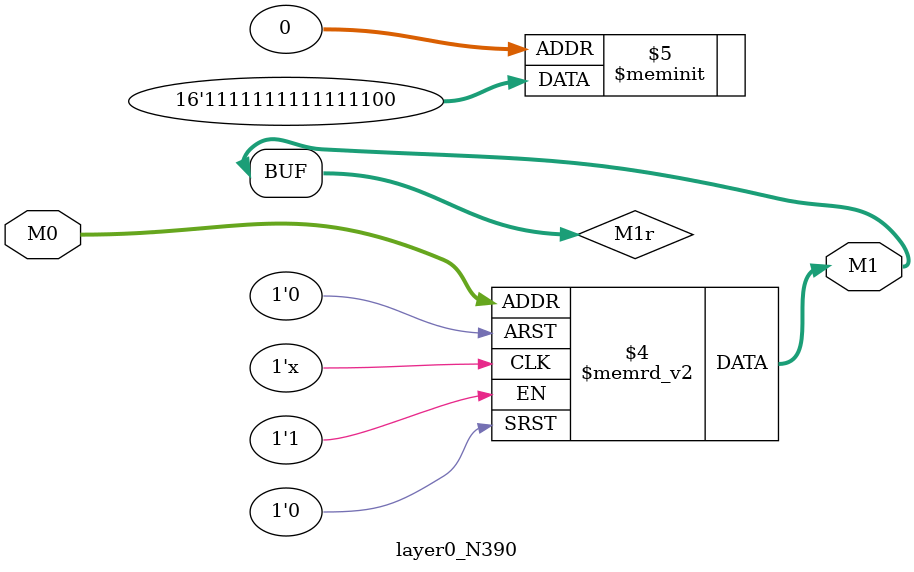
<source format=v>
module layer0_N390 ( input [2:0] M0, output [1:0] M1 );

	(*rom_style = "distributed" *) reg [1:0] M1r;
	assign M1 = M1r;
	always @ (M0) begin
		case (M0)
			3'b000: M1r = 2'b00;
			3'b100: M1r = 2'b11;
			3'b010: M1r = 2'b11;
			3'b110: M1r = 2'b11;
			3'b001: M1r = 2'b11;
			3'b101: M1r = 2'b11;
			3'b011: M1r = 2'b11;
			3'b111: M1r = 2'b11;

		endcase
	end
endmodule

</source>
